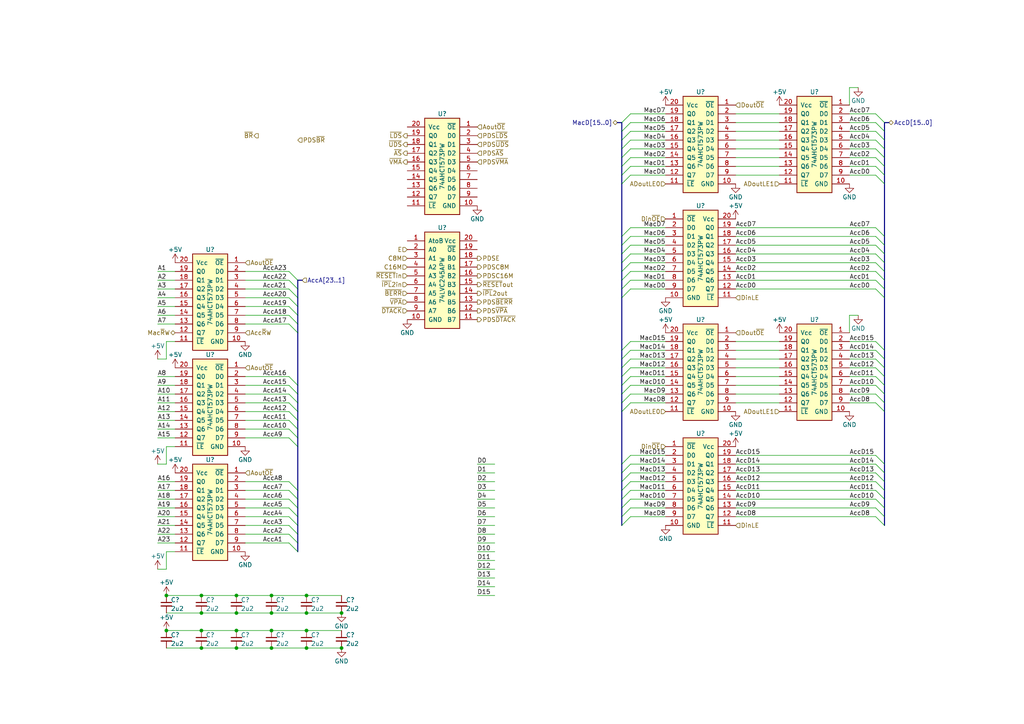
<source format=kicad_sch>
(kicad_sch (version 20211123) (generator eeschema)
  (paper "A4")
  (lib_symbols
    (symbol "Device:C_Small" (pin_numbers hide) (pin_names (offset 0.254) hide)
      (property "Reference" "C" (at 0.254 1.778 0))
      (property "Value" "C_Small" (at 0.254 -2.032 0))
      (symbol "C_Small_0_1"
        (polyline (pts (xy -1.524 -0.508) (xy 1.524 -0.508)) (stroke (width 0.3302)))
        (polyline (pts (xy -1.524 0.508) (xy 1.524 0.508)) (stroke (width 0.3048)))
      )
      (symbol "C_Small_1_1"
        (pin passive line (at 0 2.54 270) (length 2.032) (name "~") (number "1"))
        (pin passive line (at 0 -2.54 90) (length 2.032) (name "~") (number "2"))
      )
    )
    (symbol "GW_Logic:74245" (pin_names (offset 1.016))
      (property "Reference" "U" (at 0 15.24 0))
      (property "Value" "74245" (at 0 0 90))
      (symbol "74245_0_1"
        (rectangle (start -5.08 13.97) (end 5.08 -13.97) (stroke (width 0.254)) (fill (type background)))
      )
      (symbol "74245_1_1"
        (pin input line (at -10.16 11.43 0) (length 5.08) (name "AtoB") (number "1"))
        (pin power_in line (at -10.16 -11.43 0) (length 5.08) (name "GND") (number "10"))
        (pin bidirectional line (at 10.16 -11.43 180) (length 5.08) (name "B7") (number "11"))
        (pin bidirectional line (at 10.16 -8.89 180) (length 5.08) (name "B6") (number "12"))
        (pin bidirectional line (at 10.16 -6.35 180) (length 5.08) (name "B5") (number "13"))
        (pin bidirectional line (at 10.16 -3.81 180) (length 5.08) (name "B4") (number "14"))
        (pin bidirectional line (at 10.16 -1.27 180) (length 5.08) (name "B3") (number "15"))
        (pin bidirectional line (at 10.16 1.27 180) (length 5.08) (name "B2") (number "16"))
        (pin bidirectional line (at 10.16 3.81 180) (length 5.08) (name "B1") (number "17"))
        (pin bidirectional line (at 10.16 6.35 180) (length 5.08) (name "B0") (number "18"))
        (pin input line (at 10.16 8.89 180) (length 5.08) (name "~{OE}") (number "19"))
        (pin bidirectional line (at -10.16 8.89 0) (length 5.08) (name "A0") (number "2"))
        (pin power_in line (at 10.16 11.43 180) (length 5.08) (name "Vcc") (number "20"))
        (pin bidirectional line (at -10.16 6.35 0) (length 5.08) (name "A1") (number "3"))
        (pin bidirectional line (at -10.16 3.81 0) (length 5.08) (name "A2") (number "4"))
        (pin bidirectional line (at -10.16 1.27 0) (length 5.08) (name "A3") (number "5"))
        (pin bidirectional line (at -10.16 -1.27 0) (length 5.08) (name "A4") (number "6"))
        (pin bidirectional line (at -10.16 -3.81 0) (length 5.08) (name "A5") (number "7"))
        (pin bidirectional line (at -10.16 -6.35 0) (length 5.08) (name "A6") (number "8"))
        (pin bidirectional line (at -10.16 -8.89 0) (length 5.08) (name "A7") (number "9"))
      )
    )
    (symbol "GW_Logic:74573" (pin_names (offset 1.016))
      (property "Reference" "U" (at 0 15.24 0))
      (property "Value" "74573" (at 0 -15.24 0))
      (symbol "74573_0_1"
        (rectangle (start -5.08 13.97) (end 5.08 -13.97) (stroke (width 0.254)) (fill (type background)))
      )
      (symbol "74573_1_1"
        (pin input line (at -10.16 11.43 0) (length 5.08) (name "~{OE}") (number "1"))
        (pin power_in line (at -10.16 -11.43 0) (length 5.08) (name "GND") (number "10"))
        (pin input line (at 10.16 -11.43 180) (length 5.08) (name "~{LE}") (number "11"))
        (pin tri_state line (at 10.16 -8.89 180) (length 5.08) (name "Q7") (number "12"))
        (pin tri_state line (at 10.16 -6.35 180) (length 5.08) (name "Q6") (number "13"))
        (pin tri_state line (at 10.16 -3.81 180) (length 5.08) (name "Q5") (number "14"))
        (pin tri_state line (at 10.16 -1.27 180) (length 5.08) (name "Q4") (number "15"))
        (pin tri_state line (at 10.16 1.27 180) (length 5.08) (name "Q3") (number "16"))
        (pin tri_state line (at 10.16 3.81 180) (length 5.08) (name "Q2") (number "17"))
        (pin tri_state line (at 10.16 6.35 180) (length 5.08) (name "Q1") (number "18"))
        (pin tri_state line (at 10.16 8.89 180) (length 5.08) (name "Q0") (number "19"))
        (pin input line (at -10.16 8.89 0) (length 5.08) (name "D0") (number "2"))
        (pin power_in line (at 10.16 11.43 180) (length 5.08) (name "Vcc") (number "20"))
        (pin input line (at -10.16 6.35 0) (length 5.08) (name "D1") (number "3"))
        (pin input line (at -10.16 3.81 0) (length 5.08) (name "D2") (number "4"))
        (pin input line (at -10.16 1.27 0) (length 5.08) (name "D3") (number "5"))
        (pin input line (at -10.16 -1.27 0) (length 5.08) (name "D4") (number "6"))
        (pin input line (at -10.16 -3.81 0) (length 5.08) (name "D5") (number "7"))
        (pin input line (at -10.16 -6.35 0) (length 5.08) (name "D6") (number "8"))
        (pin input line (at -10.16 -8.89 0) (length 5.08) (name "D7") (number "9"))
      )
    )
    (symbol "power:+5V" (power) (pin_names (offset 0))
      (property "Value" "+5V" (at 0 3.556 0))
      (symbol "+5V_0_1"
        (polyline (pts (xy -0.762 1.27) (xy 0 2.54)))
        (polyline (pts (xy 0 0) (xy 0 2.54)))
        (polyline (pts (xy 0 2.54) (xy 0.762 1.27)))
      )
      (symbol "+5V_1_1"
        (pin power_in line (at 0 0 90) (length 0) hide (name "+5V") (number "1"))
      )
    )
    (symbol "power:GND" (power) (pin_names (offset 0))
      (property "Value" "GND" (at 0 -3.81 0))
      (symbol "GND_0_1"
        (polyline (pts (xy 0 0) (xy 0 -1.27) (xy 1.27 -1.27) (xy 0 -2.54) (xy -1.27 -1.27) (xy 0 -1.27)))
      )
      (symbol "GND_1_1"
        (pin power_in line (at 0 0 270) (length 0) hide (name "GND") (number "1"))
      )
    )
  )
  (junction (at 58.42 182.88))
  (junction (at 78.74 187.96))
  (junction (at 78.74 182.88))
  (junction (at 78.74 177.8))
  (junction (at 68.58 172.72))
  (junction (at 68.58 187.96))
  (junction (at 99.06 177.8))
  (junction (at 88.9 182.88))
  (junction (at 48.26 182.88))
  (junction (at 88.9 187.96))
  (junction (at 58.42 177.8))
  (junction (at 99.06 187.96))
  (junction (at 68.58 182.88))
  (junction (at 68.58 177.8))
  (junction (at 58.42 187.96))
  (junction (at 88.9 172.72))
  (junction (at 58.42 172.72))
  (junction (at 48.26 172.72))
  (junction (at 78.74 172.72))
  (junction (at 88.9 177.8))
  (bus_entry (at 254 104.14) (size 2.54 2.54))
  (bus_entry (at 83.82 144.78) (size 2.54 2.54))
  (bus_entry (at 83.82 78.74) (size 2.54 2.54))
  (bus_entry (at 83.82 109.22) (size 2.54 2.54))
  (bus_entry (at 182.88 114.3) (size -2.54 2.54))
  (bus_entry (at 83.82 152.4) (size 2.54 2.54))
  (bus_entry (at 254 99.06) (size 2.54 2.54))
  (bus_entry (at 182.88 50.8) (size -2.54 2.54))
  (bus_entry (at 182.88 66.04) (size -2.54 2.54))
  (bus_entry (at 83.82 88.9) (size 2.54 2.54))
  (bus_entry (at 182.88 137.16) (size -2.54 2.54))
  (bus_entry (at 254 116.84) (size 2.54 2.54))
  (bus_entry (at 182.88 68.58) (size -2.54 2.54))
  (bus_entry (at 182.88 101.6) (size -2.54 2.54))
  (bus_entry (at 83.82 116.84) (size 2.54 2.54))
  (bus_entry (at 254 48.26) (size 2.54 2.54))
  (bus_entry (at 83.82 83.82) (size 2.54 2.54))
  (bus_entry (at 254 45.72) (size 2.54 2.54))
  (bus_entry (at 254 114.3) (size 2.54 2.54))
  (bus_entry (at 254 50.8) (size 2.54 2.54))
  (bus_entry (at 83.82 142.24) (size 2.54 2.54))
  (bus_entry (at 254 43.18) (size 2.54 2.54))
  (bus_entry (at 182.88 144.78) (size -2.54 2.54))
  (bus_entry (at 254 83.82) (size 2.54 2.54))
  (bus_entry (at 182.88 109.22) (size -2.54 2.54))
  (bus_entry (at 83.82 111.76) (size 2.54 2.54))
  (bus_entry (at 182.88 78.74) (size -2.54 2.54))
  (bus_entry (at 182.88 134.62) (size -2.54 2.54))
  (bus_entry (at 254 73.66) (size 2.54 2.54))
  (bus_entry (at 182.88 83.82) (size -2.54 2.54))
  (bus_entry (at 182.88 43.18) (size -2.54 2.54))
  (bus_entry (at 254 40.64) (size 2.54 2.54))
  (bus_entry (at 83.82 147.32) (size 2.54 2.54))
  (bus_entry (at 254 149.86) (size 2.54 2.54))
  (bus_entry (at 182.88 40.64) (size -2.54 2.54))
  (bus_entry (at 254 68.58) (size 2.54 2.54))
  (bus_entry (at 254 33.02) (size 2.54 2.54))
  (bus_entry (at 83.82 91.44) (size 2.54 2.54))
  (bus_entry (at 182.88 111.76) (size -2.54 2.54))
  (bus_entry (at 182.88 106.68) (size -2.54 2.54))
  (bus_entry (at 182.88 71.12) (size -2.54 2.54))
  (bus_entry (at 254 106.68) (size 2.54 2.54))
  (bus_entry (at 182.88 139.7) (size -2.54 2.54))
  (bus_entry (at 254 142.24) (size 2.54 2.54))
  (bus_entry (at 254 139.7) (size 2.54 2.54))
  (bus_entry (at 254 71.12) (size 2.54 2.54))
  (bus_entry (at 254 78.74) (size 2.54 2.54))
  (bus_entry (at 83.82 127) (size 2.54 2.54))
  (bus_entry (at 83.82 119.38) (size 2.54 2.54))
  (bus_entry (at 182.88 147.32) (size -2.54 2.54))
  (bus_entry (at 83.82 121.92) (size 2.54 2.54))
  (bus_entry (at 254 147.32) (size 2.54 2.54))
  (bus_entry (at 83.82 139.7) (size 2.54 2.54))
  (bus_entry (at 83.82 114.3) (size 2.54 2.54))
  (bus_entry (at 254 66.04) (size 2.54 2.54))
  (bus_entry (at 182.88 116.84) (size -2.54 2.54))
  (bus_entry (at 182.88 48.26) (size -2.54 2.54))
  (bus_entry (at 182.88 33.02) (size -2.54 2.54))
  (bus_entry (at 83.82 149.86) (size 2.54 2.54))
  (bus_entry (at 83.82 154.94) (size 2.54 2.54))
  (bus_entry (at 254 132.08) (size 2.54 2.54))
  (bus_entry (at 182.88 76.2) (size -2.54 2.54))
  (bus_entry (at 182.88 132.08) (size -2.54 2.54))
  (bus_entry (at 254 144.78) (size 2.54 2.54))
  (bus_entry (at 83.82 81.28) (size 2.54 2.54))
  (bus_entry (at 254 35.56) (size 2.54 2.54))
  (bus_entry (at 182.88 104.14) (size -2.54 2.54))
  (bus_entry (at 182.88 45.72) (size -2.54 2.54))
  (bus_entry (at 254 38.1) (size 2.54 2.54))
  (bus_entry (at 83.82 124.46) (size 2.54 2.54))
  (bus_entry (at 254 111.76) (size 2.54 2.54))
  (bus_entry (at 254 109.22) (size 2.54 2.54))
  (bus_entry (at 182.88 149.86) (size -2.54 2.54))
  (bus_entry (at 83.82 86.36) (size 2.54 2.54))
  (bus_entry (at 182.88 99.06) (size -2.54 2.54))
  (bus_entry (at 182.88 38.1) (size -2.54 2.54))
  (bus_entry (at 83.82 157.48) (size 2.54 2.54))
  (bus_entry (at 254 76.2) (size 2.54 2.54))
  (bus_entry (at 254 137.16) (size 2.54 2.54))
  (bus_entry (at 182.88 73.66) (size -2.54 2.54))
  (bus_entry (at 254 101.6) (size 2.54 2.54))
  (bus_entry (at 254 81.28) (size 2.54 2.54))
  (bus_entry (at 83.82 93.98) (size 2.54 2.54))
  (bus_entry (at 182.88 81.28) (size -2.54 2.54))
  (bus_entry (at 182.88 35.56) (size -2.54 2.54))
  (bus_entry (at 254 134.62) (size 2.54 2.54))
  (bus_entry (at 182.88 142.24) (size -2.54 2.54))
  (wire (pts (xy 246.38 38.1) (xy 254 38.1)))
  (wire (pts (xy 48.26 177.8) (xy 58.42 177.8)))
  (bus (pts (xy 256.54 109.22) (xy 256.54 111.76)))
  (wire (pts (xy 71.12 147.32) (xy 83.82 147.32)))
  (wire (pts (xy 182.88 71.12) (xy 193.04 71.12)))
  (wire (pts (xy 71.12 83.82) (xy 83.82 83.82)))
  (wire (pts (xy 88.9 182.88) (xy 99.06 182.88)))
  (wire (pts (xy 213.36 139.7) (xy 254 139.7)))
  (bus (pts (xy 257.81 35.56) (xy 256.54 35.56)))
  (bus (pts (xy 256.54 50.8) (xy 256.54 53.34)))
  (bus (pts (xy 86.36 152.4) (xy 86.36 154.94)))
  (wire (pts (xy 45.72 111.76) (xy 50.8 111.76)))
  (wire (pts (xy 213.36 114.3) (xy 226.06 114.3)))
  (wire (pts (xy 213.36 104.14) (xy 226.06 104.14)))
  (wire (pts (xy 246.38 91.44) (xy 248.92 91.44)))
  (wire (pts (xy 45.72 144.78) (xy 50.8 144.78)))
  (wire (pts (xy 50.8 160.02) (xy 48.26 160.02)))
  (bus (pts (xy 180.34 116.84) (xy 180.34 119.38)))
  (wire (pts (xy 45.72 91.44) (xy 50.8 91.44)))
  (bus (pts (xy 180.34 43.18) (xy 180.34 45.72)))
  (wire (pts (xy 182.88 83.82) (xy 193.04 83.82)))
  (wire (pts (xy 45.72 78.74) (xy 50.8 78.74)))
  (wire (pts (xy 138.43 160.02) (xy 143.51 160.02)))
  (wire (pts (xy 138.43 170.18) (xy 143.51 170.18)))
  (wire (pts (xy 71.12 139.7) (xy 83.82 139.7)))
  (bus (pts (xy 256.54 86.36) (xy 256.54 101.6)))
  (wire (pts (xy 48.26 182.88) (xy 58.42 182.88)))
  (bus (pts (xy 180.34 35.56) (xy 180.34 38.1)))
  (bus (pts (xy 256.54 83.82) (xy 256.54 86.36)))
  (bus (pts (xy 256.54 53.34) (xy 256.54 68.58)))
  (wire (pts (xy 48.26 160.02) (xy 48.26 165.1)))
  (wire (pts (xy 213.36 144.78) (xy 254 144.78)))
  (wire (pts (xy 138.43 165.1) (xy 143.51 165.1)))
  (bus (pts (xy 180.34 38.1) (xy 180.34 40.64)))
  (wire (pts (xy 213.36 68.58) (xy 254 68.58)))
  (wire (pts (xy 182.88 38.1) (xy 193.04 38.1)))
  (wire (pts (xy 45.72 142.24) (xy 50.8 142.24)))
  (wire (pts (xy 138.43 149.86) (xy 143.51 149.86)))
  (wire (pts (xy 71.12 121.92) (xy 83.82 121.92)))
  (wire (pts (xy 182.88 144.78) (xy 193.04 144.78)))
  (wire (pts (xy 213.36 45.72) (xy 226.06 45.72)))
  (wire (pts (xy 71.12 119.38) (xy 83.82 119.38)))
  (wire (pts (xy 58.42 187.96) (xy 68.58 187.96)))
  (bus (pts (xy 256.54 144.78) (xy 256.54 147.32)))
  (wire (pts (xy 246.38 111.76) (xy 254 111.76)))
  (bus (pts (xy 86.36 149.86) (xy 86.36 152.4)))
  (wire (pts (xy 138.43 134.62) (xy 143.51 134.62)))
  (bus (pts (xy 86.36 88.9) (xy 86.36 91.44)))
  (wire (pts (xy 48.26 172.72) (xy 58.42 172.72)))
  (wire (pts (xy 213.36 76.2) (xy 254 76.2)))
  (wire (pts (xy 213.36 106.68) (xy 226.06 106.68)))
  (bus (pts (xy 180.34 104.14) (xy 180.34 106.68)))
  (wire (pts (xy 246.38 48.26) (xy 254 48.26)))
  (bus (pts (xy 179.07 35.56) (xy 180.34 35.56)))
  (bus (pts (xy 256.54 68.58) (xy 256.54 71.12)))
  (wire (pts (xy 78.74 172.72) (xy 88.9 172.72)))
  (wire (pts (xy 45.72 116.84) (xy 50.8 116.84)))
  (bus (pts (xy 180.34 48.26) (xy 180.34 50.8)))
  (wire (pts (xy 182.88 76.2) (xy 193.04 76.2)))
  (wire (pts (xy 45.72 127) (xy 50.8 127)))
  (bus (pts (xy 256.54 137.16) (xy 256.54 139.7)))
  (wire (pts (xy 213.36 99.06) (xy 226.06 99.06)))
  (bus (pts (xy 86.36 96.52) (xy 86.36 111.76)))
  (wire (pts (xy 246.38 45.72) (xy 254 45.72)))
  (wire (pts (xy 71.12 152.4) (xy 83.82 152.4)))
  (bus (pts (xy 180.34 40.64) (xy 180.34 43.18)))
  (wire (pts (xy 182.88 50.8) (xy 193.04 50.8)))
  (wire (pts (xy 182.88 134.62) (xy 193.04 134.62)))
  (wire (pts (xy 45.72 83.82) (xy 50.8 83.82)))
  (wire (pts (xy 213.36 66.04) (xy 254 66.04)))
  (bus (pts (xy 180.34 144.78) (xy 180.34 147.32)))
  (wire (pts (xy 71.12 78.74) (xy 83.82 78.74)))
  (wire (pts (xy 138.43 137.16) (xy 143.51 137.16)))
  (bus (pts (xy 180.34 76.2) (xy 180.34 78.74)))
  (wire (pts (xy 138.43 147.32) (xy 143.51 147.32)))
  (wire (pts (xy 71.12 144.78) (xy 83.82 144.78)))
  (wire (pts (xy 45.72 149.86) (xy 50.8 149.86)))
  (wire (pts (xy 213.36 43.18) (xy 226.06 43.18)))
  (wire (pts (xy 138.43 142.24) (xy 143.51 142.24)))
  (wire (pts (xy 213.36 38.1) (xy 226.06 38.1)))
  (wire (pts (xy 182.88 111.76) (xy 193.04 111.76)))
  (wire (pts (xy 213.36 81.28) (xy 254 81.28)))
  (bus (pts (xy 256.54 45.72) (xy 256.54 48.26)))
  (wire (pts (xy 71.12 93.98) (xy 83.82 93.98)))
  (wire (pts (xy 182.88 137.16) (xy 193.04 137.16)))
  (bus (pts (xy 86.36 127) (xy 86.36 129.54)))
  (bus (pts (xy 256.54 76.2) (xy 256.54 78.74)))
  (wire (pts (xy 48.26 134.62) (xy 45.72 134.62)))
  (wire (pts (xy 213.36 48.26) (xy 226.06 48.26)))
  (bus (pts (xy 256.54 134.62) (xy 256.54 137.16)))
  (bus (pts (xy 86.36 114.3) (xy 86.36 116.84)))
  (wire (pts (xy 213.36 78.74) (xy 254 78.74)))
  (wire (pts (xy 58.42 172.72) (xy 68.58 172.72)))
  (bus (pts (xy 86.36 142.24) (xy 86.36 144.78)))
  (wire (pts (xy 246.38 25.4) (xy 248.92 25.4)))
  (bus (pts (xy 180.34 114.3) (xy 180.34 116.84)))
  (wire (pts (xy 182.88 43.18) (xy 193.04 43.18)))
  (wire (pts (xy 45.72 139.7) (xy 50.8 139.7)))
  (wire (pts (xy 246.38 99.06) (xy 254 99.06)))
  (wire (pts (xy 71.12 157.48) (xy 83.82 157.48)))
  (wire (pts (xy 48.26 165.1) (xy 45.72 165.1)))
  (bus (pts (xy 86.36 121.92) (xy 86.36 124.46)))
  (wire (pts (xy 138.43 152.4) (xy 143.51 152.4)))
  (bus (pts (xy 180.34 137.16) (xy 180.34 139.7)))
  (wire (pts (xy 213.36 109.22) (xy 226.06 109.22)))
  (wire (pts (xy 246.38 109.22) (xy 254 109.22)))
  (bus (pts (xy 256.54 78.74) (xy 256.54 81.28)))
  (bus (pts (xy 180.34 139.7) (xy 180.34 142.24)))
  (wire (pts (xy 45.72 93.98) (xy 50.8 93.98)))
  (wire (pts (xy 138.43 154.94) (xy 143.51 154.94)))
  (wire (pts (xy 58.42 182.88) (xy 68.58 182.88)))
  (wire (pts (xy 50.8 99.06) (xy 48.26 99.06)))
  (bus (pts (xy 180.34 106.68) (xy 180.34 109.22)))
  (wire (pts (xy 88.9 177.8) (xy 99.06 177.8)))
  (bus (pts (xy 180.34 68.58) (xy 180.34 71.12)))
  (wire (pts (xy 213.36 142.24) (xy 254 142.24)))
  (wire (pts (xy 138.43 172.72) (xy 143.51 172.72)))
  (bus (pts (xy 256.54 119.38) (xy 256.54 134.62)))
  (bus (pts (xy 86.36 147.32) (xy 86.36 149.86)))
  (wire (pts (xy 68.58 187.96) (xy 78.74 187.96)))
  (bus (pts (xy 256.54 139.7) (xy 256.54 142.24)))
  (wire (pts (xy 71.12 142.24) (xy 83.82 142.24)))
  (wire (pts (xy 246.38 106.68) (xy 254 106.68)))
  (wire (pts (xy 71.12 114.3) (xy 83.82 114.3)))
  (wire (pts (xy 138.43 167.64) (xy 143.51 167.64)))
  (wire (pts (xy 182.88 106.68) (xy 193.04 106.68)))
  (wire (pts (xy 246.38 33.02) (xy 254 33.02)))
  (wire (pts (xy 71.12 91.44) (xy 83.82 91.44)))
  (bus (pts (xy 256.54 35.56) (xy 256.54 38.1)))
  (bus (pts (xy 256.54 71.12) (xy 256.54 73.66)))
  (bus (pts (xy 86.36 86.36) (xy 86.36 88.9)))
  (bus (pts (xy 180.34 111.76) (xy 180.34 114.3)))
  (wire (pts (xy 182.88 142.24) (xy 193.04 142.24)))
  (wire (pts (xy 71.12 111.76) (xy 83.82 111.76)))
  (bus (pts (xy 256.54 106.68) (xy 256.54 109.22)))
  (wire (pts (xy 182.88 33.02) (xy 193.04 33.02)))
  (wire (pts (xy 45.72 88.9) (xy 50.8 88.9)))
  (bus (pts (xy 86.36 119.38) (xy 86.36 121.92)))
  (wire (pts (xy 45.72 81.28) (xy 50.8 81.28)))
  (wire (pts (xy 213.36 50.8) (xy 226.06 50.8)))
  (bus (pts (xy 180.34 81.28) (xy 180.34 83.82)))
  (bus (pts (xy 256.54 73.66) (xy 256.54 76.2)))
  (wire (pts (xy 182.88 114.3) (xy 193.04 114.3)))
  (wire (pts (xy 182.88 139.7) (xy 193.04 139.7)))
  (wire (pts (xy 71.12 81.28) (xy 83.82 81.28)))
  (wire (pts (xy 78.74 187.96) (xy 88.9 187.96)))
  (wire (pts (xy 213.36 33.02) (xy 226.06 33.02)))
  (bus (pts (xy 180.34 119.38) (xy 180.34 134.62)))
  (bus (pts (xy 86.36 83.82) (xy 86.36 86.36)))
  (wire (pts (xy 138.43 144.78) (xy 143.51 144.78)))
  (bus (pts (xy 180.34 109.22) (xy 180.34 111.76)))
  (wire (pts (xy 182.88 48.26) (xy 193.04 48.26)))
  (wire (pts (xy 138.43 139.7) (xy 143.51 139.7)))
  (bus (pts (xy 256.54 114.3) (xy 256.54 116.84)))
  (wire (pts (xy 71.12 86.36) (xy 83.82 86.36)))
  (bus (pts (xy 86.36 81.28) (xy 86.36 83.82)))
  (wire (pts (xy 45.72 154.94) (xy 50.8 154.94)))
  (wire (pts (xy 213.36 147.32) (xy 254 147.32)))
  (wire (pts (xy 138.43 157.48) (xy 143.51 157.48)))
  (wire (pts (xy 213.36 116.84) (xy 226.06 116.84)))
  (bus (pts (xy 86.36 116.84) (xy 86.36 119.38)))
  (wire (pts (xy 45.72 157.48) (xy 50.8 157.48)))
  (wire (pts (xy 182.88 68.58) (xy 193.04 68.58)))
  (wire (pts (xy 138.43 162.56) (xy 143.51 162.56)))
  (wire (pts (xy 78.74 182.88) (xy 88.9 182.88)))
  (wire (pts (xy 213.36 132.08) (xy 254 132.08)))
  (bus (pts (xy 180.34 142.24) (xy 180.34 144.78)))
  (wire (pts (xy 246.38 50.8) (xy 254 50.8)))
  (bus (pts (xy 86.36 144.78) (xy 86.36 147.32)))
  (wire (pts (xy 213.36 137.16) (xy 254 137.16)))
  (bus (pts (xy 86.36 111.76) (xy 86.36 114.3)))
  (wire (pts (xy 88.9 187.96) (xy 99.06 187.96)))
  (wire (pts (xy 246.38 40.64) (xy 254 40.64)))
  (wire (pts (xy 182.88 109.22) (xy 193.04 109.22)))
  (wire (pts (xy 78.74 177.8) (xy 88.9 177.8)))
  (wire (pts (xy 213.36 35.56) (xy 226.06 35.56)))
  (wire (pts (xy 71.12 88.9) (xy 83.82 88.9)))
  (bus (pts (xy 180.34 149.86) (xy 180.34 152.4)))
  (wire (pts (xy 246.38 35.56) (xy 254 35.56)))
  (wire (pts (xy 182.88 99.06) (xy 193.04 99.06)))
  (wire (pts (xy 71.12 149.86) (xy 83.82 149.86)))
  (wire (pts (xy 45.72 114.3) (xy 50.8 114.3)))
  (bus (pts (xy 180.34 134.62) (xy 180.34 137.16)))
  (wire (pts (xy 182.88 81.28) (xy 193.04 81.28)))
  (wire (pts (xy 246.38 116.84) (xy 254 116.84)))
  (bus (pts (xy 180.34 73.66) (xy 180.34 76.2)))
  (bus (pts (xy 256.54 38.1) (xy 256.54 40.64)))
  (bus (pts (xy 256.54 111.76) (xy 256.54 114.3)))
  (bus (pts (xy 180.34 86.36) (xy 180.34 101.6)))
  (bus (pts (xy 180.34 53.34) (xy 180.34 68.58)))
  (wire (pts (xy 213.36 134.62) (xy 254 134.62)))
  (wire (pts (xy 182.88 35.56) (xy 193.04 35.56)))
  (wire (pts (xy 182.88 147.32) (xy 193.04 147.32)))
  (wire (pts (xy 71.12 154.94) (xy 83.82 154.94)))
  (bus (pts (xy 180.34 101.6) (xy 180.34 104.14)))
  (wire (pts (xy 182.88 149.86) (xy 193.04 149.86)))
  (bus (pts (xy 256.54 43.18) (xy 256.54 45.72)))
  (bus (pts (xy 87.63 81.28) (xy 86.36 81.28)))
  (bus (pts (xy 180.34 45.72) (xy 180.34 48.26)))
  (bus (pts (xy 256.54 48.26) (xy 256.54 50.8)))
  (bus (pts (xy 256.54 104.14) (xy 256.54 106.68)))
  (wire (pts (xy 213.36 83.82) (xy 254 83.82)))
  (bus (pts (xy 256.54 40.64) (xy 256.54 43.18)))
  (wire (pts (xy 182.88 40.64) (xy 193.04 40.64)))
  (wire (pts (xy 50.8 129.54) (xy 48.26 129.54)))
  (wire (pts (xy 213.36 101.6) (xy 226.06 101.6)))
  (bus (pts (xy 256.54 149.86) (xy 256.54 152.4)))
  (bus (pts (xy 86.36 154.94) (xy 86.36 157.48)))
  (bus (pts (xy 180.34 50.8) (xy 180.34 53.34)))
  (wire (pts (xy 48.26 187.96) (xy 58.42 187.96)))
  (bus (pts (xy 86.36 129.54) (xy 86.36 142.24)))
  (wire (pts (xy 213.36 111.76) (xy 226.06 111.76)))
  (bus (pts (xy 180.34 147.32) (xy 180.34 149.86)))
  (wire (pts (xy 68.58 182.88) (xy 78.74 182.88)))
  (wire (pts (xy 246.38 104.14) (xy 254 104.14)))
  (wire (pts (xy 182.88 104.14) (xy 193.04 104.14)))
  (wire (pts (xy 45.72 124.46) (xy 50.8 124.46)))
  (bus (pts (xy 180.34 83.82) (xy 180.34 86.36)))
  (wire (pts (xy 45.72 152.4) (xy 50.8 152.4)))
  (wire (pts (xy 71.12 109.22) (xy 83.82 109.22)))
  (wire (pts (xy 182.88 78.74) (xy 193.04 78.74)))
  (bus (pts (xy 256.54 81.28) (xy 256.54 83.82)))
  (bus (pts (xy 256.54 116.84) (xy 256.54 119.38)))
  (wire (pts (xy 45.72 86.36) (xy 50.8 86.36)))
  (wire (pts (xy 45.72 109.22) (xy 50.8 109.22)))
  (bus (pts (xy 86.36 124.46) (xy 86.36 127)))
  (wire (pts (xy 71.12 127) (xy 83.82 127)))
  (wire (pts (xy 182.88 45.72) (xy 193.04 45.72)))
  (wire (pts (xy 246.38 91.44) (xy 246.38 96.52)))
  (bus (pts (xy 180.34 78.74) (xy 180.34 81.28)))
  (wire (pts (xy 182.88 132.08) (xy 193.04 132.08)))
  (wire (pts (xy 45.72 121.92) (xy 50.8 121.92)))
  (bus (pts (xy 256.54 101.6) (xy 256.54 104.14)))
  (wire (pts (xy 246.38 43.18) (xy 254 43.18)))
  (bus (pts (xy 256.54 142.24) (xy 256.54 144.78)))
  (bus (pts (xy 256.54 147.32) (xy 256.54 149.86)))
  (wire (pts (xy 71.12 116.84) (xy 83.82 116.84)))
  (wire (pts (xy 182.88 73.66) (xy 193.04 73.66)))
  (wire (pts (xy 58.42 177.8) (xy 68.58 177.8)))
  (bus (pts (xy 180.34 71.12) (xy 180.34 73.66)))
  (wire (pts (xy 48.26 99.06) (xy 48.26 104.14)))
  (wire (pts (xy 71.12 124.46) (xy 83.82 124.46)))
  (wire (pts (xy 68.58 177.8) (xy 78.74 177.8)))
  (wire (pts (xy 213.36 71.12) (xy 254 71.12)))
  (wire (pts (xy 182.88 66.04) (xy 193.04 66.04)))
  (wire (pts (xy 88.9 172.72) (xy 99.06 172.72)))
  (wire (pts (xy 246.38 25.4) (xy 246.38 30.48)))
  (wire (pts (xy 45.72 119.38) (xy 50.8 119.38)))
  (bus (pts (xy 86.36 91.44) (xy 86.36 93.98)))
  (wire (pts (xy 213.36 73.66) (xy 254 73.66)))
  (wire (pts (xy 246.38 101.6) (xy 254 101.6)))
  (bus (pts (xy 86.36 93.98) (xy 86.36 96.52)))
  (wire (pts (xy 213.36 149.86) (xy 254 149.86)))
  (bus (pts (xy 86.36 157.48) (xy 86.36 160.02)))
  (wire (pts (xy 45.72 147.32) (xy 50.8 147.32)))
  (wire (pts (xy 48.26 104.14) (xy 45.72 104.14)))
  (wire (pts (xy 48.26 129.54) (xy 48.26 134.62)))
  (wire (pts (xy 182.88 116.84) (xy 193.04 116.84)))
  (wire (pts (xy 182.88 101.6) (xy 193.04 101.6)))
  (wire (pts (xy 213.36 40.64) (xy 226.06 40.64)))
  (wire (pts (xy 246.38 114.3) (xy 254 114.3)))
  (wire (pts (xy 68.58 172.72) (xy 78.74 172.72)))
  (label "AccA18" (at 76.2 91.44 0))
  (label "A15" (at 45.72 127 0))
  (label "D8" (at 138.43 154.94 0))
  (label "MacD3" (at 193.04 76.2 180))
  (label "D4" (at 138.43 144.78 0))
  (label "AccD13" (at 246.38 137.16 0))
  (label "AccD15" (at 213.36 132.08 0))
  (label "MacD14" (at 193.04 101.6 180))
  (label "AccA10" (at 76.2 124.46 0))
  (label "AccD8" (at 246.38 149.86 0))
  (label "AccA14" (at 76.2 114.3 0))
  (label "D10" (at 138.43 160.02 0))
  (label "AccD11" (at 246.38 142.24 0))
  (label "AccD13" (at 213.36 137.16 0))
  (label "D9" (at 138.43 157.48 0))
  (label "A23" (at 45.72 157.48 0))
  (label "D6" (at 138.43 149.86 0))
  (label "MacD14" (at 193.04 134.62 180))
  (label "AccD13" (at 246.38 104.14 0))
  (label "AccD14" (at 246.38 134.62 0))
  (label "AccD4" (at 246.38 73.66 0))
  (label "A9" (at 45.72 111.76 0))
  (label "AccD5" (at 246.38 71.12 0))
  (label "AccD10" (at 246.38 144.78 0))
  (label "AccD0" (at 213.36 83.82 0))
  (label "A6" (at 45.72 91.44 0))
  (label "AccD7" (at 246.38 33.02 0))
  (label "AccD12" (at 246.38 139.7 0))
  (label "AccA4" (at 76.2 149.86 0))
  (label "MacD2" (at 193.04 78.74 180))
  (label "AccD0" (at 246.38 50.8 0))
  (label "AccA16" (at 76.2 109.22 0))
  (label "MacD4" (at 193.04 40.64 180))
  (label "AccD9" (at 213.36 147.32 0))
  (label "AccD11" (at 246.38 109.22 0))
  (label "AccD6" (at 246.38 68.58 0))
  (label "D1" (at 138.43 137.16 0))
  (label "D2" (at 138.43 139.7 0))
  (label "AccA23" (at 76.2 78.74 0))
  (label "MacD0" (at 193.04 83.82 180))
  (label "A2" (at 45.72 81.28 0))
  (label "MacD15" (at 193.04 132.08 180))
  (label "D11" (at 138.43 162.56 0))
  (label "A1" (at 45.72 78.74 0))
  (label "AccD1" (at 213.36 81.28 0))
  (label "MacD13" (at 193.04 104.14 180))
  (label "AccA8" (at 76.2 139.7 0))
  (label "AccA15" (at 76.2 111.76 0))
  (label "AccD9" (at 246.38 147.32 0))
  (label "MacD12" (at 193.04 106.68 180))
  (label "AccA17" (at 76.2 93.98 0))
  (label "AccD2" (at 246.38 78.74 0))
  (label "AccA20" (at 76.2 86.36 0))
  (label "MacD5" (at 193.04 71.12 180))
  (label "MacD10" (at 193.04 111.76 180))
  (label "A19" (at 45.72 147.32 0))
  (label "MacD6" (at 193.04 35.56 180))
  (label "AccA19" (at 76.2 88.9 0))
  (label "A4" (at 45.72 86.36 0))
  (label "AccA11" (at 76.2 121.92 0))
  (label "A22" (at 45.72 154.94 0))
  (label "AccD8" (at 246.38 116.84 0))
  (label "D12" (at 138.43 165.1 0))
  (label "A18" (at 45.72 144.78 0))
  (label "MacD1" (at 193.04 48.26 180))
  (label "MacD9" (at 193.04 114.3 180))
  (label "AccD7" (at 246.38 66.04 0))
  (label "AccD8" (at 213.36 149.86 0))
  (label "A10" (at 45.72 114.3 0))
  (label "A21" (at 45.72 152.4 0))
  (label "MacD0" (at 193.04 50.8 180))
  (label "AccD7" (at 213.36 66.04 0))
  (label "A13" (at 45.72 121.92 0))
  (label "AccD2" (at 213.36 78.74 0))
  (label "AccD3" (at 213.36 76.2 0))
  (label "MacD12" (at 193.04 139.7 180))
  (label "D15" (at 138.43 172.72 0))
  (label "A7" (at 45.72 93.98 0))
  (label "A17" (at 45.72 142.24 0))
  (label "MacD11" (at 193.04 142.24 180))
  (label "AccD1" (at 246.38 81.28 0))
  (label "AccA5" (at 76.2 147.32 0))
  (label "A8" (at 45.72 109.22 0))
  (label "AccD6" (at 213.36 68.58 0))
  (label "AccD4" (at 246.38 40.64 0))
  (label "MacD10" (at 193.04 144.78 180))
  (label "A16" (at 45.72 139.7 0))
  (label "AccD3" (at 246.38 43.18 0))
  (label "AccD1" (at 246.38 48.26 0))
  (label "D3" (at 138.43 142.24 0))
  (label "AccD5" (at 213.36 71.12 0))
  (label "AccD15" (at 246.38 99.06 0))
  (label "A12" (at 45.72 119.38 0))
  (label "AccD2" (at 246.38 45.72 0))
  (label "AccD11" (at 213.36 142.24 0))
  (label "MacD8" (at 193.04 116.84 180))
  (label "AccD15" (at 246.38 132.08 0))
  (label "MacD7" (at 193.04 33.02 180))
  (label "D0" (at 138.43 134.62 0))
  (label "MacD5" (at 193.04 38.1 180))
  (label "AccA9" (at 76.2 127 0))
  (label "AccD4" (at 213.36 73.66 0))
  (label "AccD9" (at 246.38 114.3 0))
  (label "A14" (at 45.72 124.46 0))
  (label "D5" (at 138.43 147.32 0))
  (label "AccA22" (at 76.2 81.28 0))
  (label "MacD13" (at 193.04 137.16 180))
  (label "AccA1" (at 76.2 157.48 0))
  (label "MacD4" (at 193.04 73.66 180))
  (label "AccA7" (at 76.2 142.24 0))
  (label "AccA2" (at 76.2 154.94 0))
  (label "AccA21" (at 76.2 83.82 0))
  (label "AccD10" (at 213.36 144.78 0))
  (label "MacD2" (at 193.04 45.72 180))
  (label "MacD11" (at 193.04 109.22 180))
  (label "MacD9" (at 193.04 147.32 180))
  (label "AccD12" (at 213.36 139.7 0))
  (label "MacD8" (at 193.04 149.86 180))
  (label "A20" (at 45.72 149.86 0))
  (label "AccD3" (at 246.38 76.2 0))
  (label "AccD10" (at 246.38 111.76 0))
  (label "MacD3" (at 193.04 43.18 180))
  (label "D14" (at 138.43 170.18 0))
  (label "D7" (at 138.43 152.4 0))
  (label "AccA12" (at 76.2 119.38 0))
  (label "AccD14" (at 213.36 134.62 0))
  (label "AccD6" (at 246.38 35.56 0))
  (label "A3" (at 45.72 83.82 0))
  (label "MacD1" (at 193.04 81.28 180))
  (label "MacD6" (at 193.04 68.58 180))
  (label "AccD14" (at 246.38 101.6 0))
  (label "AccD12" (at 246.38 106.68 0))
  (label "D13" (at 138.43 167.64 0))
  (label "AccD5" (at 246.38 38.1 0))
  (label "MacD7" (at 193.04 66.04 180))
  (label "A11" (at 45.72 116.84 0))
  (label "AccA6" (at 76.2 144.78 0))
  (label "AccD0" (at 246.38 83.82 0))
  (label "AccA3" (at 76.2 152.4 0))
  (label "A5" (at 45.72 88.9 0))
  (label "MacD15" (at 193.04 99.06 180))
  (label "AccA13" (at 76.2 116.84 0))
  (hierarchical_label "PDS~{LDS}" (shape input) (at 138.43 39.37 0))
  (hierarchical_label "~{VPA}" (shape input) (at 118.11 87.63 180))
  (hierarchical_label "PDS~{BERR}" (shape output) (at 138.43 87.63 0))
  (hierarchical_label "PDS~{BR}" (shape input) (at 86.36 40.64 0))
  (hierarchical_label "~{IPL}2out" (shape output) (at 138.43 85.09 0))
  (hierarchical_label "AccA[23..1]" (shape input) (at 87.63 81.28 0))
  (hierarchical_label "PDS~{AS}" (shape input) (at 138.43 44.45 0))
  (hierarchical_label "ADoutLE0" (shape input) (at 193.04 119.38 180))
  (hierarchical_label "C16M" (shape input) (at 118.11 77.47 180))
  (hierarchical_label "Mac~{R}W" (shape tri_state) (at 50.8 96.52 180))
  (hierarchical_label "PDS~{UDS}" (shape input) (at 138.43 41.91 0))
  (hierarchical_label "Dout~{OE}" (shape input) (at 213.36 30.48 0))
  (hierarchical_label "ADoutLE1" (shape input) (at 226.06 119.38 180))
  (hierarchical_label "Din~{OE}" (shape input) (at 193.04 63.5 180))
  (hierarchical_label "DinLE" (shape input) (at 213.36 152.4 0))
  (hierarchical_label "Aout~{OE}" (shape input) (at 138.43 36.83 0))
  (hierarchical_label "PDSC8M" (shape output) (at 138.43 77.47 0))
  (hierarchical_label "~{UDS}" (shape output) (at 118.11 41.91 180))
  (hierarchical_label "Aout~{OE}" (shape input) (at 71.12 76.2 0))
  (hierarchical_label "Acc~{R}W" (shape input) (at 71.12 96.52 0))
  (hierarchical_label "~{DTACK}" (shape input) (at 118.11 90.17 180))
  (hierarchical_label "Aout~{OE}" (shape input) (at 71.12 106.68 0))
  (hierarchical_label "~{IPL}2in" (shape input) (at 118.11 82.55 180))
  (hierarchical_label "PDSC16M" (shape output) (at 138.43 80.01 0))
  (hierarchical_label "PDSE" (shape output) (at 138.43 74.93 0))
  (hierarchical_label "~{RESET}out" (shape output) (at 138.43 82.55 0))
  (hierarchical_label "~{VMA}" (shape output) (at 118.11 46.99 180))
  (hierarchical_label "Aout~{OE}" (shape input) (at 71.12 137.16 0))
  (hierarchical_label "MacD[15..0]" (shape bidirectional) (at 179.07 35.56 180))
  (hierarchical_label "Din~{OE}" (shape input) (at 193.04 129.54 180))
  (hierarchical_label "Dout~{OE}" (shape input) (at 213.36 96.52 0))
  (hierarchical_label "ADoutLE0" (shape input) (at 193.04 53.34 180))
  (hierarchical_label "~{BR}" (shape output) (at 74.93 39.37 180))
  (hierarchical_label "DinLE" (shape input) (at 213.36 86.36 0))
  (hierarchical_label "~{AS}" (shape output) (at 118.11 44.45 180))
  (hierarchical_label "PDS~{VMA}" (shape input) (at 138.43 46.99 0))
  (hierarchical_label "E" (shape input) (at 118.11 72.39 180))
  (hierarchical_label "PDS~{VPA}" (shape output) (at 138.43 90.17 0))
  (hierarchical_label "ADoutLE1" (shape input) (at 226.06 53.34 180))
  (hierarchical_label "PDS~{DTACK}" (shape output) (at 138.43 92.71 0))
  (hierarchical_label "~{RESET}in" (shape input) (at 118.11 80.01 180))
  (hierarchical_label "AccD[15..0]" (shape bidirectional) (at 257.81 35.56 0))
  (hierarchical_label "C8M" (shape input) (at 118.11 74.93 180))
  (hierarchical_label "~{BERR}" (shape input) (at 118.11 85.09 180))
  (hierarchical_label "~{LDS}" (shape output) (at 118.11 39.37 180))
  (symbol (lib_id "GW_Logic:74573") (at 60.96 148.59 0) (mirror y) (unit 1)
    (property "Reference" "U?" (at 60.96 133.35 0))
    (property "Value" "74AHCT573PW" (at 60.96 148.59 90))
    (property "Footprint" "stdpads:TSSOP-20_4.4x6.5mm_P0.65mm" (effects hide))
    (property "LCSC Part" "C141311" (effects hide))
  )
  (symbol (lib_id "GW_Logic:74573") (at 60.96 118.11 0) (mirror y) (unit 1)
    (property "Reference" "U?" (at 60.96 102.87 0))
    (property "Value" "74AHCT573PW" (at 60.96 118.11 90))
    (property "Footprint" "stdpads:TSSOP-20_4.4x6.5mm_P0.65mm" (effects hide))
    (property "LCSC Part" "C141311" (effects hide))
  )
  (symbol (lib_id "power:GND") (at 71.12 160.02 0) (unit 1)
    (property "Reference" "#PWR?" (effects hide))
    (property "Value" "GND" (at 71.12 163.83 0))
  )
  (symbol (lib_id "power:GND") (at 71.12 129.54 0) (unit 1)
    (property "Reference" "#PWR?" (effects hide))
    (property "Value" "GND" (at 71.12 133.35 0))
  )
  (symbol (lib_id "GW_Logic:74573") (at 203.2 41.91 0) (mirror y) (unit 1)
    (property "Reference" "U?" (at 203.2 26.67 0))
    (property "Value" "74AHCT573PW" (at 203.2 41.91 90))
    (property "Footprint" "stdpads:TSSOP-20_4.4x6.5mm_P0.65mm" (effects hide))
    (property "LCSC Part" "C141311" (effects hide))
  )
  (symbol (lib_id "GW_Logic:74573") (at 203.2 74.93 0) (unit 1)
    (property "Reference" "U?" (at 203.2 59.69 0))
    (property "Value" "74AHCT573PW" (at 203.2 74.93 90))
    (property "Footprint" "stdpads:TSSOP-20_4.4x6.5mm_P0.65mm" (effects hide))
    (property "LCSC Part" "C141311" (effects hide))
  )
  (symbol (lib_id "power:GND") (at 193.04 86.36 0) (mirror y) (unit 1)
    (property "Reference" "#PWR?" (effects hide))
    (property "Value" "GND" (at 193.04 90.17 0))
  )
  (symbol (lib_id "power:GND") (at 213.36 53.34 0) (unit 1)
    (property "Reference" "#PWR?" (effects hide))
    (property "Value" "GND" (at 213.36 57.15 0))
  )
  (symbol (lib_id "GW_Logic:74573") (at 203.2 107.95 0) (mirror y) (unit 1)
    (property "Reference" "U?" (at 203.2 92.71 0))
    (property "Value" "74AHCT573PW" (at 203.2 107.95 90))
    (property "Footprint" "stdpads:TSSOP-20_4.4x6.5mm_P0.65mm" (effects hide))
    (property "LCSC Part" "C141311" (effects hide))
  )
  (symbol (lib_id "power:GND") (at 213.36 119.38 0) (unit 1)
    (property "Reference" "#PWR?" (effects hide))
    (property "Value" "GND" (at 213.36 123.19 0))
  )
  (symbol (lib_id "GW_Logic:74573") (at 203.2 140.97 0) (unit 1)
    (property "Reference" "U?" (at 203.2 125.73 0))
    (property "Value" "74AHCT573PW" (at 203.2 140.97 90))
    (property "Footprint" "stdpads:TSSOP-20_4.4x6.5mm_P0.65mm" (effects hide))
    (property "LCSC Part" "C141311" (effects hide))
  )
  (symbol (lib_id "power:GND") (at 193.04 152.4 0) (mirror y) (unit 1)
    (property "Reference" "#PWR?" (effects hide))
    (property "Value" "GND" (at 193.04 156.21 0))
  )
  (symbol (lib_id "GW_Logic:74573") (at 60.96 87.63 0) (mirror y) (unit 1)
    (property "Reference" "U?" (at 60.96 72.39 0))
    (property "Value" "74AHCT573PW" (at 60.96 87.63 90))
    (property "Footprint" "stdpads:TSSOP-20_4.4x6.5mm_P0.65mm" (effects hide))
    (property "LCSC Part" "C141311" (effects hide))
  )
  (symbol (lib_id "power:GND") (at 71.12 99.06 0) (unit 1)
    (property "Reference" "#PWR?" (effects hide))
    (property "Value" "GND" (at 71.12 102.87 0))
  )
  (symbol (lib_id "Device:C_Small") (at 58.42 185.42 0) (unit 1)
    (property "Reference" "C?" (at 59.69 184.15 0) (effects (justify left)))
    (property "Value" "2u2" (at 59.69 186.69 0) (effects (justify left)))
    (property "Footprint" "stdpads:C_0603" (effects hide))
    (property "LCSC Part" "C23630" (effects hide))
  )
  (symbol (lib_id "Device:C_Small") (at 68.58 185.42 0) (unit 1)
    (property "Reference" "C?" (at 69.85 184.15 0) (effects (justify left)))
    (property "Value" "2u2" (at 69.85 186.69 0) (effects (justify left)))
    (property "Footprint" "stdpads:C_0603" (effects hide))
    (property "LCSC Part" "C23630" (effects hide))
  )
  (symbol (lib_id "Device:C_Small") (at 78.74 185.42 0) (unit 1)
    (property "Reference" "C?" (at 80.01 184.15 0) (effects (justify left)))
    (property "Value" "2u2" (at 80.01 186.69 0) (effects (justify left)))
    (property "Footprint" "stdpads:C_0603" (effects hide))
    (property "LCSC Part" "C23630" (effects hide))
  )
  (symbol (lib_id "Device:C_Small") (at 48.26 185.42 0) (unit 1)
    (property "Reference" "C?" (at 49.53 184.15 0) (effects (justify left)))
    (property "Value" "2u2" (at 49.53 186.69 0) (effects (justify left)))
    (property "Footprint" "stdpads:C_0603" (effects hide))
    (property "LCSC Part" "C23630" (effects hide))
  )
  (symbol (lib_id "Device:C_Small") (at 99.06 185.42 0) (unit 1)
    (property "Reference" "C?" (at 100.33 184.15 0) (effects (justify left)))
    (property "Value" "2u2" (at 100.33 186.69 0) (effects (justify left)))
    (property "Footprint" "stdpads:C_0603" (effects hide))
    (property "LCSC Part" "C23630" (effects hide))
  )
  (symbol (lib_id "Device:C_Small") (at 88.9 185.42 0) (unit 1)
    (property "Reference" "C?" (at 90.17 184.15 0) (effects (justify left)))
    (property "Value" "2u2" (at 90.17 186.69 0) (effects (justify left)))
    (property "Footprint" "stdpads:C_0603" (effects hide))
    (property "LCSC Part" "C23630" (effects hide))
  )
  (symbol (lib_id "power:GND") (at 99.06 187.96 0) (mirror y) (unit 1)
    (property "Reference" "#PWR?" (effects hide))
    (property "Value" "GND" (at 99.06 191.77 0))
  )
  (symbol (lib_id "power:+5V") (at 50.8 137.16 0) (unit 1)
    (property "Reference" "#PWR?" (effects hide))
    (property "Value" "+5V" (at 50.8 133.35 0))
  )
  (symbol (lib_id "power:+5V") (at 50.8 106.68 0) (unit 1)
    (property "Reference" "#PWR?" (effects hide))
    (property "Value" "+5V" (at 50.8 102.87 0))
  )
  (symbol (lib_id "power:+5V") (at 50.8 76.2 0) (unit 1)
    (property "Reference" "#PWR?" (effects hide))
    (property "Value" "+5V" (at 50.8 72.39 0))
  )
  (symbol (lib_id "power:+5V") (at 213.36 129.54 0) (unit 1)
    (property "Reference" "#PWR?" (effects hide))
    (property "Value" "+5V" (at 213.36 125.73 0))
  )
  (symbol (lib_id "power:+5V") (at 193.04 96.52 0) (unit 1)
    (property "Reference" "#PWR?" (effects hide))
    (property "Value" "+5V" (at 193.04 92.71 0))
  )
  (symbol (lib_id "power:+5V") (at 213.36 63.5 0) (unit 1)
    (property "Reference" "#PWR?" (effects hide))
    (property "Value" "+5V" (at 213.36 59.69 0))
  )
  (symbol (lib_id "power:+5V") (at 193.04 30.48 0) (unit 1)
    (property "Reference" "#PWR?" (effects hide))
    (property "Value" "+5V" (at 193.04 26.67 0))
  )
  (symbol (lib_id "GW_Logic:74573") (at 236.22 107.95 0) (mirror y) (unit 1)
    (property "Reference" "U?" (at 236.22 92.71 0))
    (property "Value" "74AHCT573PW" (at 236.22 107.95 90))
    (property "Footprint" "stdpads:TSSOP-20_4.4x6.5mm_P0.65mm" (effects hide))
    (property "LCSC Part" "C141311" (effects hide))
  )
  (symbol (lib_id "GW_Logic:74573") (at 236.22 41.91 0) (mirror y) (unit 1)
    (property "Reference" "U?" (at 236.22 26.67 0))
    (property "Value" "74AHCT573PW" (at 236.22 41.91 90))
    (property "Footprint" "stdpads:TSSOP-20_4.4x6.5mm_P0.65mm" (effects hide))
    (property "LCSC Part" "C141311" (effects hide))
  )
  (symbol (lib_id "power:+5V") (at 226.06 96.52 0) (unit 1)
    (property "Reference" "#PWR?" (effects hide))
    (property "Value" "+5V" (at 226.06 92.71 0))
  )
  (symbol (lib_id "power:+5V") (at 226.06 30.48 0) (unit 1)
    (property "Reference" "#PWR?" (effects hide))
    (property "Value" "+5V" (at 226.06 26.67 0))
  )
  (symbol (lib_id "power:GND") (at 248.92 25.4 0) (unit 1)
    (property "Reference" "#PWR?" (effects hide))
    (property "Value" "GND" (at 248.92 29.21 0))
  )
  (symbol (lib_id "power:GND") (at 248.92 91.44 0) (unit 1)
    (property "Reference" "#PWR?" (effects hide))
    (property "Value" "GND" (at 248.92 95.25 0))
  )
  (symbol (lib_id "power:GND") (at 246.38 53.34 0) (unit 1)
    (property "Reference" "#PWR?" (effects hide))
    (property "Value" "GND" (at 246.38 57.15 0))
  )
  (symbol (lib_id "power:GND") (at 246.38 119.38 0) (unit 1)
    (property "Reference" "#PWR?" (effects hide))
    (property "Value" "GND" (at 246.38 123.19 0))
  )
  (symbol (lib_id "power:+5V") (at 48.26 172.72 0) (unit 1)
    (property "Reference" "#PWR?" (effects hide))
    (property "Value" "+5V" (at 48.26 168.91 0))
  )
  (symbol (lib_id "power:+5V") (at 48.26 182.88 0) (unit 1)
    (property "Reference" "#PWR?" (effects hide))
    (property "Value" "+5V" (at 48.26 179.07 0))
  )
  (symbol (lib_id "Device:C_Small") (at 58.42 175.26 0) (unit 1)
    (property "Reference" "C?" (at 59.69 173.99 0) (effects (justify left)))
    (property "Value" "2u2" (at 59.69 176.53 0) (effects (justify left)))
    (property "Footprint" "stdpads:C_0603" (effects hide))
    (property "LCSC Part" "C23630" (effects hide))
  )
  (symbol (lib_id "Device:C_Small") (at 68.58 175.26 0) (unit 1)
    (property "Reference" "C?" (at 69.85 173.99 0) (effects (justify left)))
    (property "Value" "2u2" (at 69.85 176.53 0) (effects (justify left)))
    (property "Footprint" "stdpads:C_0603" (effects hide))
    (property "LCSC Part" "C23630" (effects hide))
  )
  (symbol (lib_id "Device:C_Small") (at 78.74 175.26 0) (unit 1)
    (property "Reference" "C?" (at 80.01 173.99 0) (effects (justify left)))
    (property "Value" "2u2" (at 80.01 176.53 0) (effects (justify left)))
    (property "Footprint" "stdpads:C_0603" (effects hide))
    (property "LCSC Part" "C23630" (effects hide))
  )
  (symbol (lib_id "Device:C_Small") (at 48.26 175.26 0) (unit 1)
    (property "Reference" "C?" (at 49.53 173.99 0) (effects (justify left)))
    (property "Value" "2u2" (at 49.53 176.53 0) (effects (justify left)))
    (property "Footprint" "stdpads:C_0603" (effects hide))
    (property "LCSC Part" "C23630" (effects hide))
  )
  (symbol (lib_id "Device:C_Small") (at 99.06 175.26 0) (unit 1)
    (property "Reference" "C?" (at 100.33 173.99 0) (effects (justify left)))
    (property "Value" "2u2" (at 100.33 176.53 0) (effects (justify left)))
    (property "Footprint" "stdpads:C_0603" (effects hide))
    (property "LCSC Part" "C23630" (effects hide))
  )
  (symbol (lib_id "Device:C_Small") (at 88.9 175.26 0) (unit 1)
    (property "Reference" "C?" (at 90.17 173.99 0) (effects (justify left)))
    (property "Value" "2u2" (at 90.17 176.53 0) (effects (justify left)))
    (property "Footprint" "stdpads:C_0603" (effects hide))
    (property "LCSC Part" "C23630" (effects hide))
  )
  (symbol (lib_id "power:GND") (at 99.06 177.8 0) (mirror y) (unit 1)
    (property "Reference" "#PWR?" (effects hide))
    (property "Value" "GND" (at 99.06 181.61 0))
  )
  (symbol (lib_id "power:+5V") (at 45.72 134.62 0) (unit 1)
    (property "Reference" "#PWR?" (effects hide))
    (property "Value" "+5V" (at 45.72 130.81 0))
  )
  (symbol (lib_id "power:GND") (at 118.11 92.71 0) (unit 1)
    (property "Reference" "#PWR?" (effects hide))
    (property "Value" "GND" (at 118.11 96.52 0))
  )
  (symbol (lib_id "power:GND") (at 138.43 59.69 0) (unit 1)
    (property "Reference" "#PWR?" (effects hide))
    (property "Value" "GND" (at 138.43 63.5 0))
  )
  (symbol (lib_id "GW_Logic:74573") (at 128.27 48.26 0) (mirror y) (unit 1)
    (property "Reference" "U?" (at 128.27 33.02 0))
    (property "Value" "74AHCT573PW" (at 128.27 48.26 90))
    (property "Footprint" "stdpads:TSSOP-20_4.4x6.5mm_P0.65mm" (effects hide))
    (property "LCSC Part" "C141311" (effects hide))
  )
  (symbol (lib_id "GW_Logic:74245") (at 128.27 81.28 0) (unit 1)
    (property "Reference" "U?" (at 128.27 66.04 0))
    (property "Value" "74LVC245APW" (at 128.27 81.28 90))
  )
  (symbol (lib_id "power:+5V") (at 45.72 165.1 0) (unit 1)
    (property "Reference" "#PWR?" (effects hide))
    (property "Value" "+5V" (at 45.72 161.29 0))
  )
  (symbol (lib_id "power:+5V") (at 45.72 104.14 0) (unit 1)
    (property "Reference" "#PWR?" (effects hide))
    (property "Value" "+5V" (at 45.72 100.33 0))
  )
)
</source>
